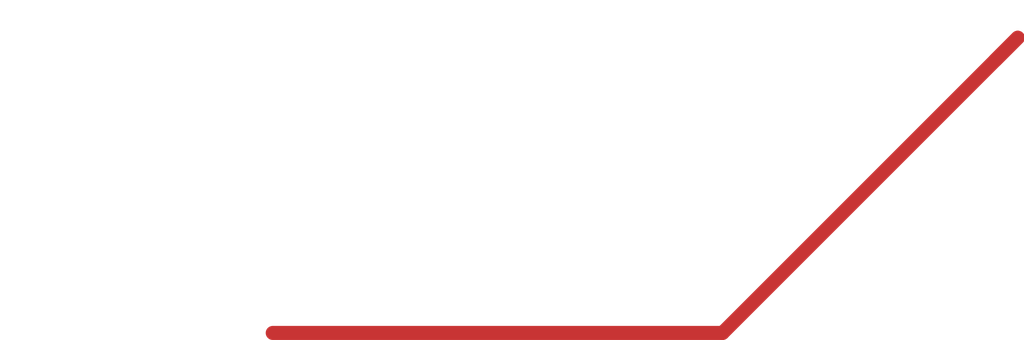
<source format=kicad_pcb>
(kicad_pcb (version 20171130) (host pcbnew "(6.0.0-rc1-dev-1569-g3526c9a37)")

  (general
    (thickness 1.6)
    (drawings 2)
    (tracks 3)
    (zones 0)
    (modules 0)
    (nets 1)
  )

  (page A4)
  (layers
    (0 F.Cu signal)
    (31 B.Cu signal)
    (32 B.Adhes user)
    (33 F.Adhes user)
    (34 B.Paste user)
    (35 F.Paste user)
    (36 B.SilkS user)
    (37 F.SilkS user)
    (38 B.Mask user)
    (39 F.Mask user)
    (40 Dwgs.User user)
    (41 Cmts.User user)
    (42 Eco1.User user)
    (43 Eco2.User user)
    (44 Edge.Cuts user)
    (45 Margin user)
    (46 B.CrtYd user)
    (47 F.CrtYd user)
    (48 B.Fab user)
    (49 F.Fab user)
  )

  (setup
    (last_trace_width 0.25)
    (user_trace_width 4)
    (trace_clearance 0.2)
    (zone_clearance 0.508)
    (zone_45_only no)
    (trace_min 0.2)
    (via_size 0.8)
    (via_drill 0.4)
    (via_min_size 0.4)
    (via_min_drill 0.3)
    (uvia_size 0.3)
    (uvia_drill 0.1)
    (uvias_allowed no)
    (uvia_min_size 0.2)
    (uvia_min_drill 0.1)
    (edge_width 0.05)
    (segment_width 0.2)
    (pcb_text_width 0.3)
    (pcb_text_size 1.5 1.5)
    (mod_edge_width 0.12)
    (mod_text_size 1 1)
    (mod_text_width 0.15)
    (pad_size 1.524 1.524)
    (pad_drill 0.762)
    (pad_to_mask_clearance 0.051)
    (solder_mask_min_width 0.25)
    (aux_axis_origin 0 0)
    (visible_elements 7FFFFFFF)
    (pcbplotparams
      (layerselection 0x010fc_ffffffff)
      (usegerberextensions false)
      (usegerberattributes false)
      (usegerberadvancedattributes false)
      (creategerberjobfile false)
      (excludeedgelayer true)
      (linewidth 0.100000)
      (plotframeref false)
      (viasonmask false)
      (mode 1)
      (useauxorigin false)
      (hpglpennumber 1)
      (hpglpenspeed 20)
      (hpglpendiameter 15.000000)
      (psnegative false)
      (psa4output false)
      (plotreference true)
      (plotvalue true)
      (plotinvisibletext false)
      (padsonsilk false)
      (subtractmaskfromsilk false)
      (outputformat 1)
      (mirror false)
      (drillshape 1)
      (scaleselection 1)
      (outputdirectory ""))
  )

  (net 0 "")

  (net_class Default "Это класс цепей по умолчанию."
    (clearance 0.2)
    (trace_width 0.25)
    (via_dia 0.8)
    (via_drill 0.4)
    (uvia_dia 0.3)
    (uvia_drill 0.1)
  )

  (gr_text "Or here ->" (at 131.99 96.81) (layer Dwgs.User) (tstamp 5C45F1ED)
    (effects (font (size 0.8 0.8) (thickness 0.15)))
  )
  (gr_text "Drag this track here ->" (at 125.53 98.99) (layer Dwgs.User)
    (effects (font (size 0.8 0.8) (thickness 0.15)))
  )

  (segment (start 130.75 102) (end 136 96.75) (width 0.25) (layer F.Cu) (net 0))
  (segment (start 136 96.75) (end 135.600001 97.149999) (width 0.25) (layer F.Cu) (net 0) (tstamp 5C45F473))
  (segment (start 122.75 102) (end 130.75 102) (width 0.25) (layer F.Cu) (net 0))

)

</source>
